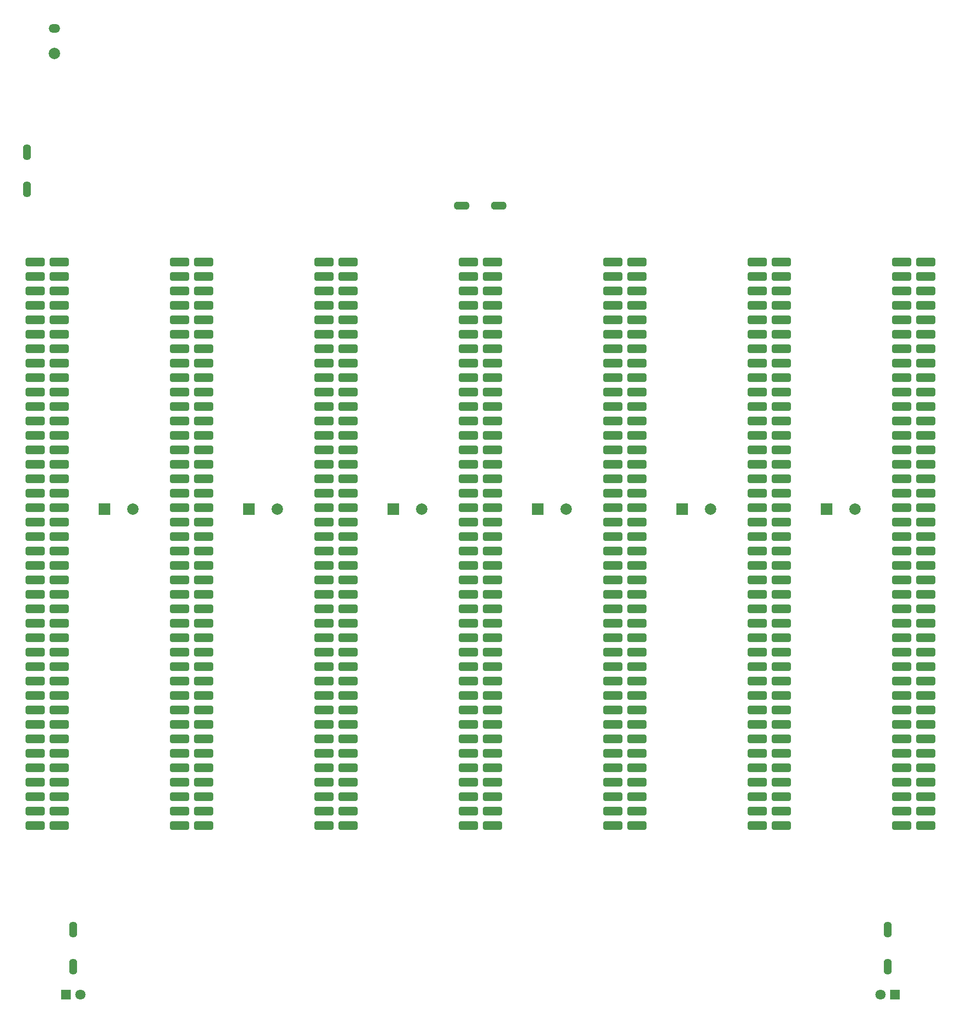
<source format=gbr>
%TF.GenerationSoftware,KiCad,Pcbnew,6.0.1-79c1e3a40b~116~ubuntu20.04.1*%
%TF.CreationDate,2022-02-06T08:21:26-08:00*%
%TF.ProjectId,rc2014-compat-backplane,72633230-3134-42d6-936f-6d7061742d62,rev?*%
%TF.SameCoordinates,Original*%
%TF.FileFunction,Soldermask,Bot*%
%TF.FilePolarity,Negative*%
%FSLAX46Y46*%
G04 Gerber Fmt 4.6, Leading zero omitted, Abs format (unit mm)*
G04 Created by KiCad (PCBNEW 6.0.1-79c1e3a40b~116~ubuntu20.04.1) date 2022-02-06 08:21:26*
%MOMM*%
%LPD*%
G01*
G04 APERTURE LIST*
G04 Aperture macros list*
%AMRoundRect*
0 Rectangle with rounded corners*
0 $1 Rounding radius*
0 $2 $3 $4 $5 $6 $7 $8 $9 X,Y pos of 4 corners*
0 Add a 4 corners polygon primitive as box body*
4,1,4,$2,$3,$4,$5,$6,$7,$8,$9,$2,$3,0*
0 Add four circle primitives for the rounded corners*
1,1,$1+$1,$2,$3*
1,1,$1+$1,$4,$5*
1,1,$1+$1,$6,$7*
1,1,$1+$1,$8,$9*
0 Add four rect primitives between the rounded corners*
20,1,$1+$1,$2,$3,$4,$5,0*
20,1,$1+$1,$4,$5,$6,$7,0*
20,1,$1+$1,$6,$7,$8,$9,0*
20,1,$1+$1,$8,$9,$2,$3,0*%
G04 Aperture macros list end*
%ADD10O,1.400000X2.800000*%
%ADD11R,1.800000X1.800000*%
%ADD12C,1.800000*%
%ADD13O,2.800000X1.400000*%
%ADD14R,2.000000X2.000000*%
%ADD15C,2.000000*%
%ADD16O,2.000000X1.500000*%
%ADD17RoundRect,0.375000X-1.325000X-0.375000X1.325000X-0.375000X1.325000X0.375000X-1.325000X0.375000X0*%
G04 APERTURE END LIST*
D10*
%TO.C,R11*%
X185928000Y-188660000D03*
X185928000Y-182180000D03*
%TD*%
%TO.C,R10*%
X42672000Y-188660000D03*
X42672000Y-182180000D03*
%TD*%
D11*
%TO.C,D7*%
X187203000Y-193548000D03*
D12*
X184663000Y-193548000D03*
%TD*%
D11*
%TO.C,D6*%
X41397000Y-193548000D03*
D12*
X43937000Y-193548000D03*
%TD*%
D10*
%TO.C,R1*%
X34544000Y-45528000D03*
X34544000Y-52008000D03*
%TD*%
D13*
%TO.C,R7*%
X117540000Y-54864000D03*
X111060000Y-54864000D03*
%TD*%
D14*
%TO.C,C12*%
X175199000Y-108204000D03*
D15*
X180199000Y-108204000D03*
%TD*%
D14*
%TO.C,C9*%
X149799000Y-108204000D03*
D15*
X154799000Y-108204000D03*
%TD*%
D14*
%TO.C,C6*%
X124399000Y-108204000D03*
D15*
X129399000Y-108204000D03*
%TD*%
D14*
%TO.C,C3*%
X98999000Y-108204000D03*
D15*
X103999000Y-108204000D03*
%TD*%
D14*
%TO.C,C2*%
X73599000Y-108204000D03*
D15*
X78599000Y-108204000D03*
%TD*%
D14*
%TO.C,C1*%
X48199000Y-108204000D03*
D15*
X53199000Y-108204000D03*
%TD*%
%TO.C,J1*%
X39370000Y-28170000D03*
D16*
X39370000Y-23770000D03*
%TD*%
D17*
%TO.C,J4*%
X61380000Y-64770000D03*
X61380000Y-67310000D03*
X61380000Y-69850000D03*
X61380000Y-72390000D03*
X61380000Y-74930000D03*
X61380000Y-77470000D03*
X61380000Y-80010000D03*
X61380000Y-82550000D03*
X61380000Y-85090000D03*
X61380000Y-87630000D03*
X61380000Y-90170000D03*
X61380000Y-92710000D03*
X61380000Y-95250000D03*
X61380000Y-97790000D03*
X61380000Y-100330000D03*
X61380000Y-102870000D03*
X61380000Y-105410000D03*
X61380000Y-107950000D03*
X61380000Y-110490000D03*
X61380000Y-113030000D03*
X61380000Y-115570000D03*
X61380000Y-118110000D03*
X61380000Y-120650000D03*
X61380000Y-123190000D03*
X61380000Y-125730000D03*
X61380000Y-128270000D03*
X61380000Y-130810000D03*
X61380000Y-133350000D03*
X61380000Y-135890000D03*
X61380000Y-138430000D03*
X61380000Y-140970000D03*
X61380000Y-143510000D03*
X61380000Y-146050000D03*
X61380000Y-148590000D03*
X61380000Y-151130000D03*
X61380000Y-153670000D03*
X61380000Y-156210000D03*
X61380000Y-158750000D03*
X61380000Y-161290000D03*
X61380000Y-163830000D03*
%TD*%
%TO.C,J13*%
X167220000Y-64770000D03*
X167220000Y-67310000D03*
X167220000Y-69850000D03*
X167220000Y-72390000D03*
X167220000Y-74930000D03*
X167220000Y-77470000D03*
X167220000Y-80010000D03*
X167220000Y-82550000D03*
X167220000Y-85090000D03*
X167220000Y-87630000D03*
X167220000Y-90170000D03*
X167220000Y-92710000D03*
X167220000Y-95250000D03*
X167220000Y-97790000D03*
X167220000Y-100330000D03*
X167220000Y-102870000D03*
X167220000Y-105410000D03*
X167220000Y-107950000D03*
X167220000Y-110490000D03*
X167220000Y-113030000D03*
X167220000Y-115570000D03*
X167220000Y-118110000D03*
X167220000Y-120650000D03*
X167220000Y-123190000D03*
X167220000Y-125730000D03*
X167220000Y-128270000D03*
X167220000Y-130810000D03*
X167220000Y-133350000D03*
X167220000Y-135890000D03*
X167220000Y-138430000D03*
X167220000Y-140970000D03*
X167220000Y-143510000D03*
X167220000Y-146050000D03*
X167220000Y-148590000D03*
X167220000Y-151130000D03*
X167220000Y-153670000D03*
X167220000Y-156210000D03*
X167220000Y-158750000D03*
X167220000Y-161290000D03*
X167220000Y-163830000D03*
%TD*%
%TO.C,J11*%
X141820000Y-64770000D03*
X141820000Y-67310000D03*
X141820000Y-69850000D03*
X141820000Y-72390000D03*
X141820000Y-74930000D03*
X141820000Y-77470000D03*
X141820000Y-80010000D03*
X141820000Y-82550000D03*
X141820000Y-85090000D03*
X141820000Y-87630000D03*
X141820000Y-90170000D03*
X141820000Y-92710000D03*
X141820000Y-95250000D03*
X141820000Y-97790000D03*
X141820000Y-100330000D03*
X141820000Y-102870000D03*
X141820000Y-105410000D03*
X141820000Y-107950000D03*
X141820000Y-110490000D03*
X141820000Y-113030000D03*
X141820000Y-115570000D03*
X141820000Y-118110000D03*
X141820000Y-120650000D03*
X141820000Y-123190000D03*
X141820000Y-125730000D03*
X141820000Y-128270000D03*
X141820000Y-130810000D03*
X141820000Y-133350000D03*
X141820000Y-135890000D03*
X141820000Y-138430000D03*
X141820000Y-140970000D03*
X141820000Y-143510000D03*
X141820000Y-146050000D03*
X141820000Y-148590000D03*
X141820000Y-151130000D03*
X141820000Y-153670000D03*
X141820000Y-156210000D03*
X141820000Y-158750000D03*
X141820000Y-161290000D03*
X141820000Y-163830000D03*
%TD*%
%TO.C,J10*%
X137580000Y-64770000D03*
X137580000Y-67310000D03*
X137580000Y-69850000D03*
X137580000Y-72390000D03*
X137580000Y-74930000D03*
X137580000Y-77470000D03*
X137580000Y-80010000D03*
X137580000Y-82550000D03*
X137580000Y-85090000D03*
X137580000Y-87630000D03*
X137580000Y-90170000D03*
X137580000Y-92710000D03*
X137580000Y-95250000D03*
X137580000Y-97790000D03*
X137580000Y-100330000D03*
X137580000Y-102870000D03*
X137580000Y-105410000D03*
X137580000Y-107950000D03*
X137580000Y-110490000D03*
X137580000Y-113030000D03*
X137580000Y-115570000D03*
X137580000Y-118110000D03*
X137580000Y-120650000D03*
X137580000Y-123190000D03*
X137580000Y-125730000D03*
X137580000Y-128270000D03*
X137580000Y-130810000D03*
X137580000Y-133350000D03*
X137580000Y-135890000D03*
X137580000Y-138430000D03*
X137580000Y-140970000D03*
X137580000Y-143510000D03*
X137580000Y-146050000D03*
X137580000Y-148590000D03*
X137580000Y-151130000D03*
X137580000Y-153670000D03*
X137580000Y-156210000D03*
X137580000Y-158750000D03*
X137580000Y-161290000D03*
X137580000Y-163830000D03*
%TD*%
%TO.C,J14*%
X188380000Y-64770000D03*
X188380000Y-67310000D03*
X188380000Y-69850000D03*
X188380000Y-72390000D03*
X188380000Y-74930000D03*
X188380000Y-77470000D03*
X188380000Y-80010000D03*
X188380000Y-82550000D03*
X188380000Y-85090000D03*
X188380000Y-87630000D03*
X188380000Y-90170000D03*
X188380000Y-92710000D03*
X188380000Y-95250000D03*
X188380000Y-97790000D03*
X188380000Y-100330000D03*
X188380000Y-102870000D03*
X188380000Y-105410000D03*
X188380000Y-107950000D03*
X188380000Y-110490000D03*
X188380000Y-113030000D03*
X188380000Y-115570000D03*
X188380000Y-118110000D03*
X188380000Y-120650000D03*
X188380000Y-123190000D03*
X188380000Y-125730000D03*
X188380000Y-128270000D03*
X188380000Y-130810000D03*
X188380000Y-133350000D03*
X188380000Y-135890000D03*
X188380000Y-138430000D03*
X188380000Y-140970000D03*
X188380000Y-143510000D03*
X188380000Y-146050000D03*
X188380000Y-148590000D03*
X188380000Y-151130000D03*
X188380000Y-153670000D03*
X188380000Y-156210000D03*
X188380000Y-158750000D03*
X188380000Y-161290000D03*
X188380000Y-163830000D03*
%TD*%
%TO.C,J15*%
X192620000Y-64770000D03*
X192620000Y-67310000D03*
X192620000Y-69850000D03*
X192620000Y-72390000D03*
X192620000Y-74930000D03*
X192620000Y-77470000D03*
X192620000Y-80010000D03*
X192620000Y-82550000D03*
X192620000Y-85090000D03*
X192620000Y-87630000D03*
X192620000Y-90170000D03*
X192620000Y-92710000D03*
X192620000Y-95250000D03*
X192620000Y-97790000D03*
X192620000Y-100330000D03*
X192620000Y-102870000D03*
X192620000Y-105410000D03*
X192620000Y-107950000D03*
X192620000Y-110490000D03*
X192620000Y-113030000D03*
X192620000Y-115570000D03*
X192620000Y-118110000D03*
X192620000Y-120650000D03*
X192620000Y-123190000D03*
X192620000Y-125730000D03*
X192620000Y-128270000D03*
X192620000Y-130810000D03*
X192620000Y-133350000D03*
X192620000Y-135890000D03*
X192620000Y-138430000D03*
X192620000Y-140970000D03*
X192620000Y-143510000D03*
X192620000Y-146050000D03*
X192620000Y-148590000D03*
X192620000Y-151130000D03*
X192620000Y-153670000D03*
X192620000Y-156210000D03*
X192620000Y-158750000D03*
X192620000Y-161290000D03*
X192620000Y-163830000D03*
%TD*%
%TO.C,J3*%
X40220000Y-64770000D03*
X40220000Y-67310000D03*
X40220000Y-69850000D03*
X40220000Y-72390000D03*
X40220000Y-74930000D03*
X40220000Y-77470000D03*
X40220000Y-80010000D03*
X40220000Y-82550000D03*
X40220000Y-85090000D03*
X40220000Y-87630000D03*
X40220000Y-90170000D03*
X40220000Y-92710000D03*
X40220000Y-95250000D03*
X40220000Y-97790000D03*
X40220000Y-100330000D03*
X40220000Y-102870000D03*
X40220000Y-105410000D03*
X40220000Y-107950000D03*
X40220000Y-110490000D03*
X40220000Y-113030000D03*
X40220000Y-115570000D03*
X40220000Y-118110000D03*
X40220000Y-120650000D03*
X40220000Y-123190000D03*
X40220000Y-125730000D03*
X40220000Y-128270000D03*
X40220000Y-130810000D03*
X40220000Y-133350000D03*
X40220000Y-135890000D03*
X40220000Y-138430000D03*
X40220000Y-140970000D03*
X40220000Y-143510000D03*
X40220000Y-146050000D03*
X40220000Y-148590000D03*
X40220000Y-151130000D03*
X40220000Y-153670000D03*
X40220000Y-156210000D03*
X40220000Y-158750000D03*
X40220000Y-161290000D03*
X40220000Y-163830000D03*
%TD*%
%TO.C,J12*%
X162980000Y-64770000D03*
X162980000Y-67310000D03*
X162980000Y-69850000D03*
X162980000Y-72390000D03*
X162980000Y-74930000D03*
X162980000Y-77470000D03*
X162980000Y-80010000D03*
X162980000Y-82550000D03*
X162980000Y-85090000D03*
X162980000Y-87630000D03*
X162980000Y-90170000D03*
X162980000Y-92710000D03*
X162980000Y-95250000D03*
X162980000Y-97790000D03*
X162980000Y-100330000D03*
X162980000Y-102870000D03*
X162980000Y-105410000D03*
X162980000Y-107950000D03*
X162980000Y-110490000D03*
X162980000Y-113030000D03*
X162980000Y-115570000D03*
X162980000Y-118110000D03*
X162980000Y-120650000D03*
X162980000Y-123190000D03*
X162980000Y-125730000D03*
X162980000Y-128270000D03*
X162980000Y-130810000D03*
X162980000Y-133350000D03*
X162980000Y-135890000D03*
X162980000Y-138430000D03*
X162980000Y-140970000D03*
X162980000Y-143510000D03*
X162980000Y-146050000D03*
X162980000Y-148590000D03*
X162980000Y-151130000D03*
X162980000Y-153670000D03*
X162980000Y-156210000D03*
X162980000Y-158750000D03*
X162980000Y-161290000D03*
X162980000Y-163830000D03*
%TD*%
%TO.C,J6*%
X86780000Y-64770000D03*
X86780000Y-67310000D03*
X86780000Y-69850000D03*
X86780000Y-72390000D03*
X86780000Y-74930000D03*
X86780000Y-77470000D03*
X86780000Y-80010000D03*
X86780000Y-82550000D03*
X86780000Y-85090000D03*
X86780000Y-87630000D03*
X86780000Y-90170000D03*
X86780000Y-92710000D03*
X86780000Y-95250000D03*
X86780000Y-97790000D03*
X86780000Y-100330000D03*
X86780000Y-102870000D03*
X86780000Y-105410000D03*
X86780000Y-107950000D03*
X86780000Y-110490000D03*
X86780000Y-113030000D03*
X86780000Y-115570000D03*
X86780000Y-118110000D03*
X86780000Y-120650000D03*
X86780000Y-123190000D03*
X86780000Y-125730000D03*
X86780000Y-128270000D03*
X86780000Y-130810000D03*
X86780000Y-133350000D03*
X86780000Y-135890000D03*
X86780000Y-138430000D03*
X86780000Y-140970000D03*
X86780000Y-143510000D03*
X86780000Y-146050000D03*
X86780000Y-148590000D03*
X86780000Y-151130000D03*
X86780000Y-153670000D03*
X86780000Y-156210000D03*
X86780000Y-158750000D03*
X86780000Y-161290000D03*
X86780000Y-163830000D03*
%TD*%
%TO.C,J5*%
X65620000Y-64770000D03*
X65620000Y-67310000D03*
X65620000Y-69850000D03*
X65620000Y-72390000D03*
X65620000Y-74930000D03*
X65620000Y-77470000D03*
X65620000Y-80010000D03*
X65620000Y-82550000D03*
X65620000Y-85090000D03*
X65620000Y-87630000D03*
X65620000Y-90170000D03*
X65620000Y-92710000D03*
X65620000Y-95250000D03*
X65620000Y-97790000D03*
X65620000Y-100330000D03*
X65620000Y-102870000D03*
X65620000Y-105410000D03*
X65620000Y-107950000D03*
X65620000Y-110490000D03*
X65620000Y-113030000D03*
X65620000Y-115570000D03*
X65620000Y-118110000D03*
X65620000Y-120650000D03*
X65620000Y-123190000D03*
X65620000Y-125730000D03*
X65620000Y-128270000D03*
X65620000Y-130810000D03*
X65620000Y-133350000D03*
X65620000Y-135890000D03*
X65620000Y-138430000D03*
X65620000Y-140970000D03*
X65620000Y-143510000D03*
X65620000Y-146050000D03*
X65620000Y-148590000D03*
X65620000Y-151130000D03*
X65620000Y-153670000D03*
X65620000Y-156210000D03*
X65620000Y-158750000D03*
X65620000Y-161290000D03*
X65620000Y-163830000D03*
%TD*%
%TO.C,J8*%
X112180000Y-64770000D03*
X112180000Y-67310000D03*
X112180000Y-69850000D03*
X112180000Y-72390000D03*
X112180000Y-74930000D03*
X112180000Y-77470000D03*
X112180000Y-80010000D03*
X112180000Y-82550000D03*
X112180000Y-85090000D03*
X112180000Y-87630000D03*
X112180000Y-90170000D03*
X112180000Y-92710000D03*
X112180000Y-95250000D03*
X112180000Y-97790000D03*
X112180000Y-100330000D03*
X112180000Y-102870000D03*
X112180000Y-105410000D03*
X112180000Y-107950000D03*
X112180000Y-110490000D03*
X112180000Y-113030000D03*
X112180000Y-115570000D03*
X112180000Y-118110000D03*
X112180000Y-120650000D03*
X112180000Y-123190000D03*
X112180000Y-125730000D03*
X112180000Y-128270000D03*
X112180000Y-130810000D03*
X112180000Y-133350000D03*
X112180000Y-135890000D03*
X112180000Y-138430000D03*
X112180000Y-140970000D03*
X112180000Y-143510000D03*
X112180000Y-146050000D03*
X112180000Y-148590000D03*
X112180000Y-151130000D03*
X112180000Y-153670000D03*
X112180000Y-156210000D03*
X112180000Y-158750000D03*
X112180000Y-161290000D03*
X112180000Y-163830000D03*
%TD*%
%TO.C,J7*%
X91020000Y-64770000D03*
X91020000Y-67310000D03*
X91020000Y-69850000D03*
X91020000Y-72390000D03*
X91020000Y-74930000D03*
X91020000Y-77470000D03*
X91020000Y-80010000D03*
X91020000Y-82550000D03*
X91020000Y-85090000D03*
X91020000Y-87630000D03*
X91020000Y-90170000D03*
X91020000Y-92710000D03*
X91020000Y-95250000D03*
X91020000Y-97790000D03*
X91020000Y-100330000D03*
X91020000Y-102870000D03*
X91020000Y-105410000D03*
X91020000Y-107950000D03*
X91020000Y-110490000D03*
X91020000Y-113030000D03*
X91020000Y-115570000D03*
X91020000Y-118110000D03*
X91020000Y-120650000D03*
X91020000Y-123190000D03*
X91020000Y-125730000D03*
X91020000Y-128270000D03*
X91020000Y-130810000D03*
X91020000Y-133350000D03*
X91020000Y-135890000D03*
X91020000Y-138430000D03*
X91020000Y-140970000D03*
X91020000Y-143510000D03*
X91020000Y-146050000D03*
X91020000Y-148590000D03*
X91020000Y-151130000D03*
X91020000Y-153670000D03*
X91020000Y-156210000D03*
X91020000Y-158750000D03*
X91020000Y-161290000D03*
X91020000Y-163830000D03*
%TD*%
%TO.C,J9*%
X116420000Y-64770000D03*
X116420000Y-67310000D03*
X116420000Y-69850000D03*
X116420000Y-72390000D03*
X116420000Y-74930000D03*
X116420000Y-77470000D03*
X116420000Y-80010000D03*
X116420000Y-82550000D03*
X116420000Y-85090000D03*
X116420000Y-87630000D03*
X116420000Y-90170000D03*
X116420000Y-92710000D03*
X116420000Y-95250000D03*
X116420000Y-97790000D03*
X116420000Y-100330000D03*
X116420000Y-102870000D03*
X116420000Y-105410000D03*
X116420000Y-107950000D03*
X116420000Y-110490000D03*
X116420000Y-113030000D03*
X116420000Y-115570000D03*
X116420000Y-118110000D03*
X116420000Y-120650000D03*
X116420000Y-123190000D03*
X116420000Y-125730000D03*
X116420000Y-128270000D03*
X116420000Y-130810000D03*
X116420000Y-133350000D03*
X116420000Y-135890000D03*
X116420000Y-138430000D03*
X116420000Y-140970000D03*
X116420000Y-143510000D03*
X116420000Y-146050000D03*
X116420000Y-148590000D03*
X116420000Y-151130000D03*
X116420000Y-153670000D03*
X116420000Y-156210000D03*
X116420000Y-158750000D03*
X116420000Y-161290000D03*
X116420000Y-163830000D03*
%TD*%
%TO.C,J2*%
X35980000Y-64770000D03*
X35980000Y-67310000D03*
X35980000Y-69850000D03*
X35980000Y-72390000D03*
X35980000Y-74930000D03*
X35980000Y-77470000D03*
X35980000Y-80010000D03*
X35980000Y-82550000D03*
X35980000Y-85090000D03*
X35980000Y-87630000D03*
X35980000Y-90170000D03*
X35980000Y-92710000D03*
X35980000Y-95250000D03*
X35980000Y-97790000D03*
X35980000Y-100330000D03*
X35980000Y-102870000D03*
X35980000Y-105410000D03*
X35980000Y-107950000D03*
X35980000Y-110490000D03*
X35980000Y-113030000D03*
X35980000Y-115570000D03*
X35980000Y-118110000D03*
X35980000Y-120650000D03*
X35980000Y-123190000D03*
X35980000Y-125730000D03*
X35980000Y-128270000D03*
X35980000Y-130810000D03*
X35980000Y-133350000D03*
X35980000Y-135890000D03*
X35980000Y-138430000D03*
X35980000Y-140970000D03*
X35980000Y-143510000D03*
X35980000Y-146050000D03*
X35980000Y-148590000D03*
X35980000Y-151130000D03*
X35980000Y-153670000D03*
X35980000Y-156210000D03*
X35980000Y-158750000D03*
X35980000Y-161290000D03*
X35980000Y-163830000D03*
%TD*%
M02*

</source>
